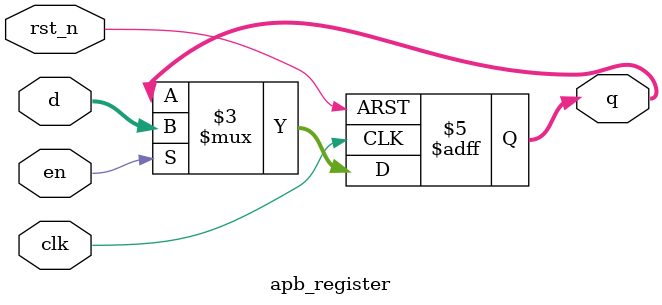
<source format=sv>
module apb_register #(
  parameter WIDTH = 8  // Register width (default = 8 bits)
)(
  input  logic              clk  ,   // Clock signal
  input  logic              rst_n,   // Active-low asynchronous reset
  input  logic              en   ,   // Write enable
  input  logic [WIDTH-1:0]  d    ,   // Data input
  output logic [WIDTH-1:0]  q        // Data output
);

  // Register with asynchronous reset and write enable
  always_ff @(posedge clk or negedge rst_n) begin
    if (!rst_n) begin
      q <= '0;  // Reset register to 0
    end else if (en) begin
      q <= d ;  // Update register when enabled
    end
  end

endmodule : apb_register

</source>
